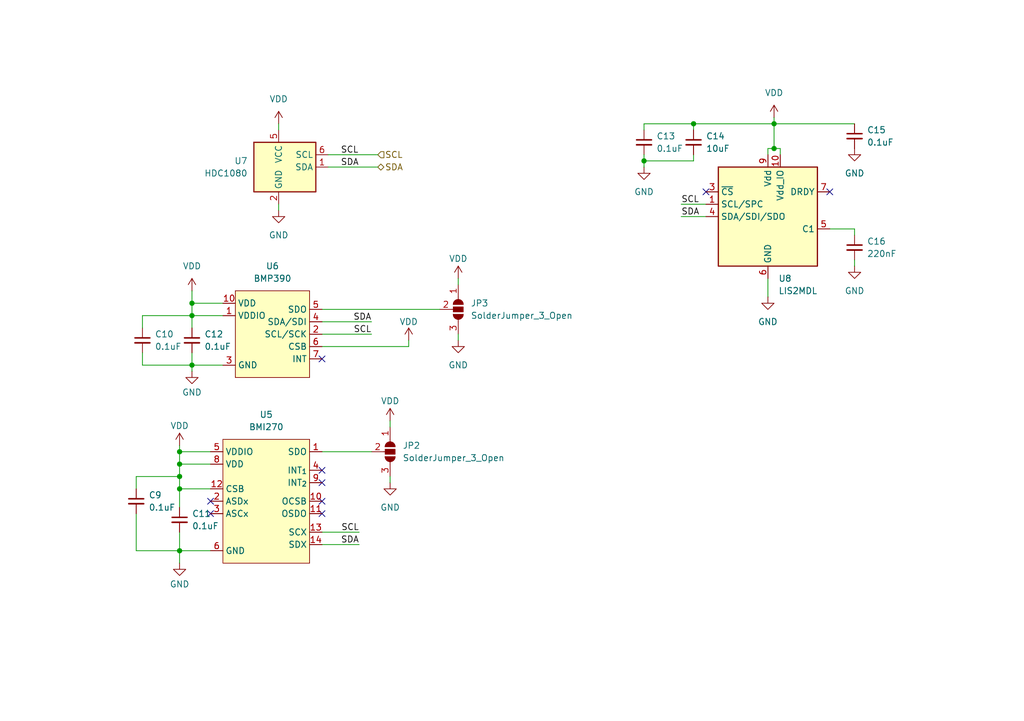
<source format=kicad_sch>
(kicad_sch (version 20250114) (generator "eeschema") (generator_version "9.0")
  (paper "A5")
  (lib_symbols
    (symbol "CompVuelo:BMI270"
      (property "Reference" "U" (at -4.572 8.128 0))
      (property "Value" "BMI270" (at 0 0 0))
      (symbol "BMI270_1_1"
        (rectangle (start -5.08 6.35) (end 12.7 -19.05) (fill (type background)))
        (pin input line (at -7.62 3.81 0) (length 2.54) (name "VDDIO") (number "5"))
        (pin input line (at -7.62 1.27 0) (length 2.54) (name "VDD") (number "8"))
        (pin input line (at -7.62 -3.81 0) (length 2.54) (name "CSB") (number "12"))
        (pin input line (at -7.62 -6.35 0) (length 2.54) (name "ASDx") (number "2"))
        (pin input line (at -7.62 -8.89 0) (length 2.54) (name "ASCx") (number "3"))
        (pin input line (at -7.62 -16.51 0) (length 2.54) (name "GND") (number "6"))
        (pin input line (at 15.24 3.81 180) (length 2.54) (name "SDO") (number "1"))
        (pin input line (at 15.24 0 180) (length 2.54) (name "INT_{1}") (number "4"))
        (pin input line (at 15.24 -2.54 180) (length 2.54) (name "INT_{2}") (number "9"))
        (pin input line (at 15.24 -6.35 180) (length 2.54) (name "OCSB") (number "10"))
        (pin input line (at 15.24 -8.89 180) (length 2.54) (name "OSDO") (number "11"))
        (pin input line (at 15.24 -12.7 180) (length 2.54) (name "SCX") (number "13"))
        (pin input line (at 15.24 -15.24 180) (length 2.54) (name "SDX") (number "14"))
      )
    )
    (symbol "CompVuelo:BMP390"
      (property "Reference" "U" (at 0 12.192 0))
      (property "Value" "BMP390" (at 0 10.16 0))
      (symbol "BMP390_1_1"
        (rectangle (start -7.62 8.89) (end 7.62 -8.89) (fill (type background)))
        (pin input line (at -10.16 6.35 0) (length 2.54) (name "VDD") (number "10"))
        (pin input line (at -10.16 3.81 0) (length 2.54) (name "VDDIO") (number "1"))
        (pin input line (at -10.16 -6.35 0) (length 2.54) (name "GND") (number "3"))
        (pin input line (at 10.16 5.08 180) (length 2.54) (name "SDO") (number "5"))
        (pin input line (at 10.16 2.54 180) (length 2.54) (name "SDA/SDI") (number "4"))
        (pin input line (at 10.16 0 180) (length 2.54) (name "SCL/SCK") (number "2"))
        (pin input line (at 10.16 -2.54 180) (length 2.54) (name "CSB") (number "6"))
        (pin input line (at 10.16 -5.08 180) (length 2.54) (name "INT") (number "7"))
      )
    )
    (symbol "Device:C_Small" (pin_numbers (hide yes)) (pin_names (offset 0.254) (hide yes))
      (property "Reference" "C" (at 0.254 1.778 0))
      (property "Value" "C_Small" (at 0.254 -2.032 0))
      (symbol "C_Small_0_1"
        (polyline (pts (xy -1.524 0.508) (xy 1.524 0.508)) (stroke (width 0.3048)))
        (polyline (pts (xy -1.524 -0.508) (xy 1.524 -0.508)) (stroke (width 0.3302)))
      )
      (symbol "C_Small_1_1"
        (pin passive line (at 0 2.54 270) (length 2.032) (name "~") (number "1"))
        (pin passive line (at 0 -2.54 90) (length 2.032) (name "~") (number "2"))
      )
    )
    (symbol "Jumper:SolderJumper_3_Open" (pin_names (offset 0) (hide yes)) (in_bom no)
      (property "Reference" "JP" (at -2.54 -2.54 0))
      (property "Value" "SolderJumper_3_Open" (at 0 2.794 0))
      (symbol "SolderJumper_3_Open_0_1"
        (polyline (pts (xy -2.54 0) (xy -2.032 0)))
        (polyline (pts (xy -1.016 1.016) (xy -1.016 -1.016)))
        (arc (start -1.016 -1.016) (mid -2.0276 0) (end -1.016 1.016))
        (arc (start -1.016 -1.016) (mid -2.0276 0) (end -1.016 1.016) (fill (type outline)))
        (rectangle (start -0.508 1.016) (end 0.508 -1.016) (fill (type outline)))
        (polyline (pts (xy 0 -1.27) (xy 0 -1.016)))
        (arc (start 1.016 1.016) (mid 2.0276 0) (end 1.016 -1.016))
        (arc (start 1.016 1.016) (mid 2.0276 0) (end 1.016 -1.016) (fill (type outline)))
        (polyline (pts (xy 1.016 1.016) (xy 1.016 -1.016)))
        (polyline (pts (xy 2.54 0) (xy 2.032 0)))
      )
      (symbol "SolderJumper_3_Open_1_1"
        (pin passive line (at -5.08 0 0) (length 2.54) (name "A") (number "1"))
        (pin passive line (at 0 -3.81 90) (length 2.54) (name "C") (number "2"))
        (pin passive line (at 5.08 0 180) (length 2.54) (name "B") (number "3"))
      )
    )
    (symbol "Sensor_Humidity:HDC1080"
      (property "Reference" "U" (at -6.35 6.35 0))
      (property "Value" "HDC1080" (at 3.81 6.35 0))
      (symbol "HDC1080_0_1"
        (rectangle (start -7.62 5.08) (end 5.08 -5.08) (stroke (width 0.254)) (fill (type background)))
      )
      (symbol "HDC1080_1_1"
        (pin no_connect line (at -7.62 2.54 0) (length 2.54) (hide yes) (name "DAP") (number "7"))
        (pin no_connect line (at -7.62 0 0) (length 2.54) (hide yes) (name "NC") (number "3"))
        (pin no_connect line (at -7.62 -2.54 0) (length 2.54) (hide yes) (name "NC") (number "4"))
        (pin power_in line (at -2.54 7.62 270) (length 2.54) (name "VCC") (number "5"))
        (pin power_in line (at -2.54 -7.62 90) (length 2.54) (name "GND") (number "2"))
        (pin input line (at 7.62 2.54 180) (length 2.54) (name "SCL") (number "6"))
        (pin bidirectional line (at 7.62 0 180) (length 2.54) (name "SDA") (number "1"))
      )
    )
    (symbol "Sensor_Magnetic:LIS2MDL"
      (property "Reference" "U" (at -8.89 11.43 0))
      (property "Value" "LIS2MDL" (at 7.62 11.43 0))
      (symbol "LIS2MDL_0_1"
        (rectangle (start -10.16 10.16) (end 10.16 -10.16) (stroke (width 0.254)) (fill (type background)))
      )
      (symbol "LIS2MDL_1_1"
        (pin input line (at -12.7 5.08 0) (length 2.54) (name "~{CS}") (number "3"))
        (pin input line (at -12.7 2.54 0) (length 2.54) (name "SCL/SPC") (number "1"))
        (pin bidirectional line (at -12.7 0 0) (length 2.54) (name "SDA/SDI/SDO") (number "4"))
        (pin no_connect line (at -10.16 -5.08 0) (length 2.54) (hide yes) (name "NC") (number "2"))
        (pin no_connect line (at -10.16 -7.62 0) (length 2.54) (hide yes) (name "NC") (number "11"))
        (pin power_in line (at 0 12.7 270) (length 2.54) (name "Vdd") (number "9"))
        (pin power_in line (at 0 -12.7 90) (length 2.54) (name "GND") (number "6"))
        (pin passive line (at 0 -12.7 90) (length 2.54) (hide yes) (name "GND") (number "8"))
        (pin power_in line (at 2.54 12.7 270) (length 2.54) (name "Vdd_IO") (number "10"))
        (pin no_connect line (at 10.16 -7.62 180) (length 2.54) (hide yes) (name "NC") (number "12"))
        (pin output line (at 12.7 5.08 180) (length 2.54) (name "DRDY") (number "7"))
        (pin power_out line (at 12.7 -2.54 180) (length 2.54) (name "C1") (number "5"))
      )
    )
    (symbol "power:GND" (power) (pin_numbers (hide yes)) (pin_names (offset 0) (hide yes))
      (property "Value" "GND" (at 0 -3.81 0))
      (symbol "GND_0_1"
        (polyline (pts (xy 0 0) (xy 0 -1.27) (xy 1.27 -1.27) (xy 0 -2.54) (xy -1.27 -1.27) (xy 0 -1.27)))
      )
      (symbol "GND_1_1"
        (pin power_in line (at 0 0 270) (length 0) (name "~") (number "1"))
      )
    )
    (symbol "power:VDD" (power) (pin_numbers (hide yes)) (pin_names (offset 0) (hide yes))
      (property "Value" "VDD" (at 0 3.556 0))
      (symbol "VDD_0_1"
        (polyline (pts (xy -0.762 1.27) (xy 0 2.54)))
        (polyline (pts (xy 0 2.54) (xy 0.762 1.27)))
        (polyline (pts (xy 0 0) (xy 0 2.54)))
      )
      (symbol "VDD_1_1"
        (pin power_in line (at 0 0 90) (length 0) (name "~") (number "1"))
      )
    )
  )
  (junction (at 39.37 64.77))
  (junction (at 36.83 113.03))
  (junction (at 142.24 25.4))
  (junction (at 132.08 33.02))
  (junction (at 158.75 25.4))
  (junction (at 36.83 95.25))
  (junction (at 39.37 74.93))
  (junction (at 36.83 97.79))
  (junction (at 158.75 30.48))
  (junction (at 36.83 92.71))
  (junction (at 36.83 100.33))
  (junction (at 39.37 62.23))
  (no_connect (at 66.04 73.66))
  (no_connect (at 43.18 102.87))
  (no_connect (at 66.04 105.41))
  (no_connect (at 144.78 39.37))
  (no_connect (at 170.18 39.37))
  (no_connect (at 66.04 96.52))
  (no_connect (at 66.04 102.87))
  (no_connect (at 43.18 105.41))
  (no_connect (at 66.04 99.06))
  (wire (pts (xy 27.94 97.79) (xy 36.83 97.79)))
  (wire (pts (xy 57.15 25.4) (xy 57.15 26.67)))
  (wire (pts (xy 158.75 25.4) (xy 175.26 25.4)))
  (wire (pts (xy 36.83 104.14) (xy 36.83 100.33)))
  (wire (pts (xy 57.15 43.18) (xy 57.15 41.91)))
  (wire (pts (xy 36.83 100.33) (xy 43.18 100.33)))
  (wire (pts (xy 170.18 46.99) (xy 175.26 46.99)))
  (wire (pts (xy 36.83 92.71) (xy 36.83 95.25)))
  (wire (pts (xy 39.37 64.77) (xy 45.72 64.77)))
  (wire (pts (xy 175.26 46.99) (xy 175.26 48.26)))
  (wire (pts (xy 29.21 72.39) (xy 29.21 74.93)))
  (wire (pts (xy 67.31 31.75) (xy 77.47 31.75)))
  (wire (pts (xy 36.83 95.25) (xy 43.18 95.25)))
  (wire (pts (xy 83.82 69.85) (xy 83.82 71.12)))
  (wire (pts (xy 39.37 59.69) (xy 39.37 62.23)))
  (wire (pts (xy 157.48 60.96) (xy 157.48 57.15)))
  (wire (pts (xy 158.75 30.48) (xy 158.75 25.4)))
  (wire (pts (xy 66.04 111.76) (xy 73.66 111.76)))
  (wire (pts (xy 67.31 34.29) (xy 77.47 34.29)))
  (wire (pts (xy 36.83 113.03) (xy 36.83 109.22)))
  (wire (pts (xy 160.02 30.48) (xy 160.02 31.75)))
  (wire (pts (xy 29.21 64.77) (xy 39.37 64.77)))
  (wire (pts (xy 27.94 105.41) (xy 27.94 113.03)))
  (wire (pts (xy 27.94 113.03) (xy 36.83 113.03)))
  (wire (pts (xy 39.37 62.23) (xy 39.37 64.77)))
  (wire (pts (xy 36.83 100.33) (xy 36.83 97.79)))
  (wire (pts (xy 158.75 24.13) (xy 158.75 25.4)))
  (wire (pts (xy 93.98 69.85) (xy 93.98 68.58)))
  (wire (pts (xy 39.37 74.93) (xy 45.72 74.93)))
  (wire (pts (xy 93.98 57.15) (xy 93.98 58.42)))
  (wire (pts (xy 132.08 33.02) (xy 142.24 33.02)))
  (wire (pts (xy 36.83 113.03) (xy 43.18 113.03)))
  (wire (pts (xy 66.04 68.58) (xy 76.2 68.58)))
  (wire (pts (xy 139.7 41.91) (xy 144.78 41.91)))
  (wire (pts (xy 66.04 66.04) (xy 76.2 66.04)))
  (wire (pts (xy 66.04 109.22) (xy 73.66 109.22)))
  (wire (pts (xy 39.37 72.39) (xy 39.37 74.93)))
  (wire (pts (xy 142.24 25.4) (xy 158.75 25.4)))
  (wire (pts (xy 158.75 30.48) (xy 157.48 30.48)))
  (wire (pts (xy 80.01 86.36) (xy 80.01 87.63)))
  (wire (pts (xy 132.08 25.4) (xy 142.24 25.4)))
  (wire (pts (xy 36.83 95.25) (xy 36.83 97.79)))
  (wire (pts (xy 39.37 62.23) (xy 45.72 62.23)))
  (wire (pts (xy 139.7 44.45) (xy 144.78 44.45)))
  (wire (pts (xy 29.21 67.31) (xy 29.21 64.77)))
  (wire (pts (xy 39.37 67.31) (xy 39.37 64.77)))
  (wire (pts (xy 132.08 34.29) (xy 132.08 33.02)))
  (wire (pts (xy 29.21 74.93) (xy 39.37 74.93)))
  (wire (pts (xy 158.75 30.48) (xy 160.02 30.48)))
  (wire (pts (xy 66.04 92.71) (xy 76.2 92.71)))
  (wire (pts (xy 142.24 26.67) (xy 142.24 25.4)))
  (wire (pts (xy 157.48 30.48) (xy 157.48 31.75)))
  (wire (pts (xy 142.24 33.02) (xy 142.24 31.75)))
  (wire (pts (xy 36.83 91.44) (xy 36.83 92.71)))
  (wire (pts (xy 66.04 63.5) (xy 90.17 63.5)))
  (wire (pts (xy 39.37 74.93) (xy 39.37 76.2)))
  (wire (pts (xy 132.08 26.67) (xy 132.08 25.4)))
  (wire (pts (xy 36.83 115.57) (xy 36.83 113.03)))
  (wire (pts (xy 36.83 92.71) (xy 43.18 92.71)))
  (wire (pts (xy 27.94 100.33) (xy 27.94 97.79)))
  (wire (pts (xy 175.26 54.61) (xy 175.26 53.34)))
  (wire (pts (xy 83.82 71.12) (xy 66.04 71.12)))
  (wire (pts (xy 80.01 99.06) (xy 80.01 97.79)))
  (wire (pts (xy 132.08 33.02) (xy 132.08 31.75)))
  (label "SDA" (at 139.7 44.45 0))
  (label "SCL" (at 76.2 68.58 180))
  (label "SCL" (at 73.66 109.22 180))
  (label "SCL" (at 139.7 41.91 0))
  (label "SDA" (at 73.66 111.76 180))
  (label "SDA" (at 69.85 34.29 0))
  (label "SDA" (at 76.2 66.04 180))
  (label "SCL" (at 69.85 31.75 0))
  (hierarchical_label "SDA" (shape bidirectional) (at 77.47 34.29 0))
  (hierarchical_label "SCL" (shape input) (at 77.47 31.75 0))
  (symbol (lib_id "power:GND") (at 93.98 69.85 0) (unit 1)
    (property "Reference" "#PWR062" (effects (hide yes)))
    (property "Value" "GND" (at 93.98 74.93 0))
    (property "Description" "Power symbol creates a global label with name \"GND\" , ground" (effects (hide yes)))
  )
  (symbol (lib_id "power:VDD") (at 39.37 59.69 0) (unit 1)
    (property "Reference" "#PWR054" (effects (hide yes)))
    (property "Value" "VDD" (at 39.37 54.61 0))
    (property "Description" "Power symbol creates a global label with name \"VDD\"" (effects (hide yes)))
  )
  (symbol (lib_id "power:GND") (at 39.37 76.2 0) (unit 1)
    (property "Reference" "#PWR055" (effects (hide yes)))
    (property "Value" "GND" (at 39.37 80.518 0))
    (property "Description" "Power symbol creates a global label with name \"GND\" , ground" (effects (hide yes)))
  )
  (symbol (lib_id "power:GND") (at 132.08 34.29 0) (unit 1)
    (property "Reference" "#PWR063" (effects (hide yes)))
    (property "Value" "GND" (at 132.08 39.37 0))
    (property "Description" "Power symbol creates a global label with name \"GND\" , ground" (effects (hide yes)))
  )
  (symbol (lib_id "power:VDD") (at 80.01 86.36 0) (unit 1)
    (property "Reference" "#PWR058" (effects (hide yes)))
    (property "Value" "VDD" (at 80.01 82.296 0))
    (property "Description" "Power symbol creates a global label with name \"VDD\"" (effects (hide yes)))
  )
  (symbol (lib_id "Sensor_Humidity:HDC1080") (at 59.69 34.29 0) (unit 1)
    (property "Reference" "U7" (at 50.8 33.0199 0) (effects (justify right)))
    (property "Value" "HDC1080" (at 50.8 35.5599 0) (effects (justify right)))
    (property "Footprint" "Package_SON:Texas_PWSON-N6" (effects (hide yes)))
    (property "Datasheet" "http://www.ti.com/lit/ds/symlink/hdc1080.pdf" (effects (hide yes)))
    (property "Description" "Low Power,High Accuracy Digital Humidity Sensor with Temperature Sensor" (effects (hide yes)))
  )
  (symbol (lib_id "power:VDD") (at 93.98 57.15 0) (unit 1)
    (property "Reference" "#PWR061" (effects (hide yes)))
    (property "Value" "VDD" (at 93.98 53.086 0))
    (property "Description" "Power symbol creates a global label with name \"VDD\"" (effects (hide yes)))
  )
  (symbol (lib_id "power:VDD") (at 57.15 25.4 0) (unit 1)
    (property "Reference" "#PWR056" (effects (hide yes)))
    (property "Value" "VDD" (at 57.15 20.32 0))
    (property "Description" "Power symbol creates a global label with name \"VDD\"" (effects (hide yes)))
  )
  (symbol (lib_id "power:GND") (at 80.01 99.06 0) (unit 1)
    (property "Reference" "#PWR059" (effects (hide yes)))
    (property "Value" "GND" (at 80.01 104.14 0))
    (property "Description" "Power symbol creates a global label with name \"GND\" , ground" (effects (hide yes)))
  )
  (symbol (lib_id "Device:C_Small") (at 175.26 27.94 0) (unit 1)
    (property "Reference" "C15" (at 177.8 26.6762 0) (effects (justify left)))
    (property "Value" "0.1uF" (at 177.8 29.2162 0) (effects (justify left)))
    (property "Footprint" "Capacitor_SMD:C_0805_2012Metric_Pad1.18x1.45mm_HandSolder" (effects (hide yes)))
    (property "Description" "Unpolarized capacitor, small symbol" (effects (hide yes)))
  )
  (symbol (lib_id "power:GND") (at 36.83 115.57 0) (unit 1)
    (property "Reference" "#PWR053" (effects (hide yes)))
    (property "Value" "GND" (at 36.83 119.888 0))
    (property "Description" "Power symbol creates a global label with name \"GND\" , ground" (effects (hide yes)))
  )
  (symbol (lib_id "Device:C_Small") (at 29.21 69.85 0) (unit 1)
    (property "Reference" "C10" (at 31.75 68.5862 0) (effects (justify left)))
    (property "Value" "0.1uF" (at 31.75 71.1262 0) (effects (justify left)))
    (property "Footprint" "Capacitor_SMD:C_0805_2012Metric_Pad1.18x1.45mm_HandSolder" (effects (hide yes)))
    (property "Description" "Unpolarized capacitor, small symbol" (effects (hide yes)))
  )
  (symbol (lib_id "Jumper:SolderJumper_3_Open") (at 80.01 92.71 270) (unit 1) (in_bom no)
    (property "Reference" "JP2" (at 82.55 91.4399 90) (effects (justify left)))
    (property "Value" "SolderJumper_3_Open" (at 82.55 93.9799 90) (effects (justify left)))
    (property "Footprint" "Jumper:SolderJumper-3_P1.3mm_Open_RoundedPad1.0x1.5mm" (effects (hide yes)))
    (property "Description" "Solder Jumper, 3-pole, open" (effects (hide yes)))
  )
  (symbol (lib_id "Device:C_Small") (at 39.37 69.85 0) (unit 1)
    (property "Reference" "C12" (at 41.91 68.5862 0) (effects (justify left)))
    (property "Value" "0.1uF" (at 41.91 71.1262 0) (effects (justify left)))
    (property "Footprint" "Capacitor_SMD:C_0805_2012Metric_Pad1.18x1.45mm_HandSolder" (effects (hide yes)))
    (property "Description" "Unpolarized capacitor, small symbol" (effects (hide yes)))
  )
  (symbol (lib_id "Device:C_Small") (at 36.83 106.68 0) (unit 1)
    (property "Reference" "C11" (at 39.37 105.4162 0) (effects (justify left)))
    (property "Value" "0.1uF" (at 39.37 107.9562 0) (effects (justify left)))
    (property "Footprint" "Capacitor_SMD:C_0805_2012Metric_Pad1.18x1.45mm_HandSolder" (effects (hide yes)))
    (property "Description" "Unpolarized capacitor, small symbol" (effects (hide yes)))
  )
  (symbol (lib_id "power:GND") (at 175.26 54.61 0) (unit 1)
    (property "Reference" "#PWR067" (effects (hide yes)))
    (property "Value" "GND" (at 175.26 59.69 0))
    (property "Description" "Power symbol creates a global label with name \"GND\" , ground" (effects (hide yes)))
  )
  (symbol (lib_id "Device:C_Small") (at 175.26 50.8 0) (unit 1)
    (property "Reference" "C16" (at 177.8 49.5362 0) (effects (justify left)))
    (property "Value" "220nF" (at 177.8 52.0762 0) (effects (justify left)))
    (property "Footprint" "Capacitor_SMD:C_0805_2012Metric_Pad1.18x1.45mm_HandSolder" (effects (hide yes)))
    (property "Description" "Unpolarized capacitor, small symbol" (effects (hide yes)))
  )
  (symbol (lib_id "Device:C_Small") (at 27.94 102.87 0) (unit 1)
    (property "Reference" "C9" (at 30.48 101.6062 0) (effects (justify left)))
    (property "Value" "0.1uF" (at 30.48 104.1462 0) (effects (justify left)))
    (property "Footprint" "Capacitor_SMD:C_0805_2012Metric_Pad1.18x1.45mm_HandSolder" (effects (hide yes)))
    (property "Description" "Unpolarized capacitor, small symbol" (effects (hide yes)))
  )
  (symbol (lib_id "power:GND") (at 175.26 30.48 0) (unit 1)
    (property "Reference" "#PWR066" (effects (hide yes)))
    (property "Value" "GND" (at 175.26 35.56 0))
    (property "Description" "Power symbol creates a global label with name \"GND\" , ground" (effects (hide yes)))
  )
  (symbol (lib_id "Device:C_Small") (at 132.08 29.21 0) (unit 1)
    (property "Reference" "C13" (at 134.62 27.9462 0) (effects (justify left)))
    (property "Value" "0.1uF" (at 134.62 30.4862 0) (effects (justify left)))
    (property "Footprint" "Capacitor_SMD:C_0805_2012Metric_Pad1.18x1.45mm_HandSolder" (effects (hide yes)))
    (property "Description" "Unpolarized capacitor, small symbol" (effects (hide yes)))
  )
  (symbol (lib_id "CompVuelo:BMP390") (at 55.88 68.58 0) (unit 1)
    (property "Reference" "U6" (at 55.88 54.61 0))
    (property "Value" "BMP390" (at 55.88 57.15 0))
    (property "Footprint" "CompVuelo:XDCR_BMP390L" (effects (hide yes)))
    (property "Datasheet" "https://www.bosch-sensortec.com/media/boschsensortec/downloads/datasheets/bst-bmp390-ds002.pdf" (effects (hide yes)))
    (property "Description" "The BMP390 is a digital sensor with pressure and temperature measurement based on proven sensing principles." (effects (hide yes)))
  )
  (symbol (lib_id "power:GND") (at 157.48 60.96 0) (unit 1)
    (property "Reference" "#PWR064" (effects (hide yes)))
    (property "Value" "GND" (at 157.48 66.04 0))
    (property "Description" "Power symbol creates a global label with name \"GND\" , ground" (effects (hide yes)))
  )
  (symbol (lib_id "Sensor_Magnetic:LIS2MDL") (at 157.48 44.45 0) (unit 1)
    (property "Reference" "U8" (at 159.6233 57.15 0) (effects (justify left)))
    (property "Value" "LIS2MDL" (at 159.6233 59.69 0) (effects (justify left)))
    (property "Footprint" "Package_LGA:LGA-12_2x2mm_P0.5mm" (effects (hide yes)))
    (property "Datasheet" "https://www.st.com/resource/en/datasheet/lis2mdl.pdf" (effects (hide yes)))
    (property "Description" "Ultra-low-power, 3-axis digital output magnetometer, LGA-12" (effects (hide yes)))
  )
  (symbol (lib_id "CompVuelo:BMI270") (at 50.8 96.52 0) (unit 1)
    (property "Reference" "U5" (at 54.61 85.09 0))
    (property "Value" "BMI270" (at 54.61 87.63 0))
    (property "Footprint" "CompVuelo:XDCR_BMI270" (effects (hide yes)))
    (property "Datasheet" "https://www.bosch-sensortec.com/media/boschsensortec/downloads/datasheets/bst-bmi270-ds000.pdf" (effects (hide yes)))
    (property "Description" "The device is a highly integrated, low power inertial measurement unit (IMU) that combines precise acceleration and angular rate (gyroscopic) measurement with intelligent on-chip motion-triggered interrupt features." (effects (hide yes)))
  )
  (symbol (lib_id "power:GND") (at 57.15 43.18 0) (unit 1)
    (property "Reference" "#PWR057" (effects (hide yes)))
    (property "Value" "GND" (at 57.15 48.26 0))
    (property "Description" "Power symbol creates a global label with name \"GND\" , ground" (effects (hide yes)))
  )
  (symbol (lib_id "power:VDD") (at 36.83 91.44 0) (unit 1)
    (property "Reference" "#PWR052" (effects (hide yes)))
    (property "Value" "VDD" (at 36.83 87.376 0))
    (property "Description" "Power symbol creates a global label with name \"VDD\"" (effects (hide yes)))
  )
  (symbol (lib_id "power:VDD") (at 158.75 24.13 0) (unit 1)
    (property "Reference" "#PWR065" (effects (hide yes)))
    (property "Value" "VDD" (at 158.75 19.05 0))
    (property "Description" "Power symbol creates a global label with name \"VDD\"" (effects (hide yes)))
  )
  (symbol (lib_id "power:VDD") (at 83.82 69.85 0) (unit 1)
    (property "Reference" "#PWR060" (effects (hide yes)))
    (property "Value" "VDD" (at 83.82 66.04 0))
    (property "Description" "Power symbol creates a global label with name \"VDD\"" (effects (hide yes)))
  )
  (symbol (lib_id "Device:C_Small") (at 142.24 29.21 0) (unit 1)
    (property "Reference" "C14" (at 144.78 27.9462 0) (effects (justify left)))
    (property "Value" "10uF" (at 144.78 30.4862 0) (effects (justify left)))
    (property "Footprint" "Capacitor_SMD:C_0805_2012Metric_Pad1.18x1.45mm_HandSolder" (effects (hide yes)))
    (property "Description" "Unpolarized capacitor, small symbol" (effects (hide yes)))
  )
  (symbol (lib_id "Jumper:SolderJumper_3_Open") (at 93.98 63.5 270) (unit 1) (in_bom no)
    (property "Reference" "JP3" (at 96.52 62.2299 90) (effects (justify left)))
    (property "Value" "SolderJumper_3_Open" (at 96.52 64.7699 90) (effects (justify left)))
    (property "Footprint" "Jumper:SolderJumper-3_P1.3mm_Open_RoundedPad1.0x1.5mm" (effects (hide yes)))
    (property "Description" "Solder Jumper, 3-pole, open" (effects (hide yes)))
  )
)
</source>
